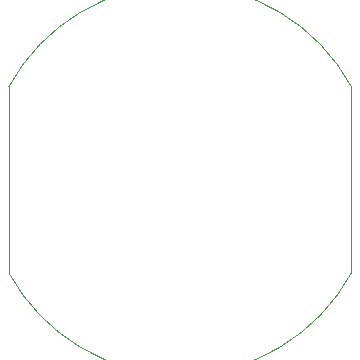
<source format=gbr>
%TF.GenerationSoftware,KiCad,Pcbnew,8.0.6-8.0.6-0~ubuntu20.04.1*%
%TF.CreationDate,2024-11-07T01:45:43+05:00*%
%TF.ProjectId,AH3,4148332e-6b69-4636-9164-5f7063625858,rev?*%
%TF.SameCoordinates,Original*%
%TF.FileFunction,Profile,NP*%
%FSLAX46Y46*%
G04 Gerber Fmt 4.6, Leading zero omitted, Abs format (unit mm)*
G04 Created by KiCad (PCBNEW 8.0.6-8.0.6-0~ubuntu20.04.1) date 2024-11-07 01:45:43*
%MOMM*%
%LPD*%
G01*
G04 APERTURE LIST*
%TA.AperFunction,Profile*%
%ADD10C,0.050000*%
%TD*%
G04 APERTURE END LIST*
D10*
X150999999Y-88620000D02*
X150997902Y-104385000D01*
X150997902Y-104385000D02*
G75*
G02*
X122000001Y-104381140I-14497902J7878860D01*
G01*
X122000000Y-88620000D02*
X122000000Y-104381140D01*
X122000001Y-88620000D02*
G75*
G02*
X150999999Y-88620000I14499999J-7870000D01*
G01*
M02*

</source>
